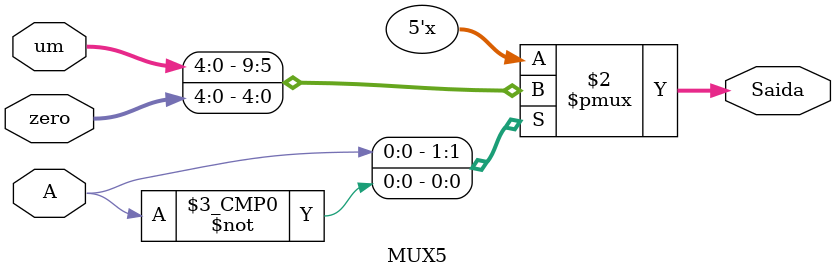
<source format=v>
module MUX5(
    input wire A,    
    input wire [4:0] um,   
    input wire [4:0] zero, 
    output reg [4:0] Saida
);

    // Define o comportamento da ALU
    always @(*) begin
        case (A)
            1'b1: Saida = um;
            1'b0: Saida = zero;
        endcase
    end



endmodule

</source>
